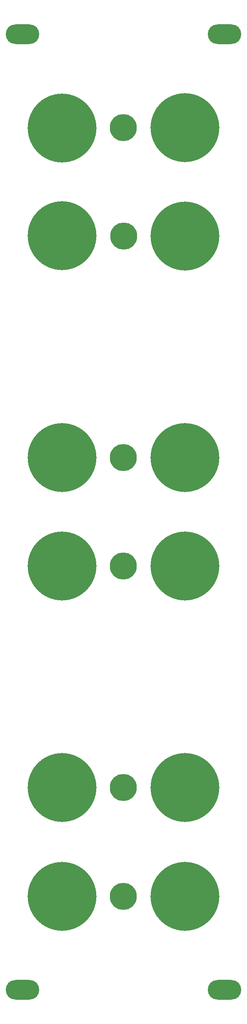
<source format=gbr>
%TF.GenerationSoftware,KiCad,Pcbnew,(5.1.9)-1*%
%TF.CreationDate,2021-09-13T20:57:42+01:00*%
%TF.ProjectId,KOSMO Mult faceplate,4b4f534d-4f20-44d7-956c-742066616365,rev?*%
%TF.SameCoordinates,Original*%
%TF.FileFunction,Soldermask,Top*%
%TF.FilePolarity,Negative*%
%FSLAX46Y46*%
G04 Gerber Fmt 4.6, Leading zero omitted, Abs format (unit mm)*
G04 Created by KiCad (PCBNEW (5.1.9)-1) date 2021-09-13 20:57:42*
%MOMM*%
%LPD*%
G01*
G04 APERTURE LIST*
%ADD10C,5.500000*%
%ADD11O,6.800000X4.000000*%
%ADD12C,14.000000*%
G04 APERTURE END LIST*
D10*
%TO.C,H26*%
X40195500Y-170815000D03*
%TD*%
D11*
%TO.C,H5*%
X19688000Y-211836000D03*
%TD*%
%TO.C,H10*%
X60709000Y-17843500D03*
%TD*%
%TO.C,H19*%
X19688000Y-17843500D03*
%TD*%
D10*
%TO.C,H20*%
X40259000Y-58864500D03*
%TD*%
%TO.C,H21*%
X40195500Y-103822500D03*
%TD*%
%TO.C,H22*%
X40195500Y-125793500D03*
%TD*%
%TO.C,H25*%
X40132000Y-36830000D03*
%TD*%
D11*
%TO.C,H28*%
X60706000Y-211836000D03*
%TD*%
D12*
%TO.C,H2*%
X27749500Y-36893500D03*
%TD*%
%TO.C,H3*%
X27686000Y-125857000D03*
%TD*%
%TO.C,H4*%
X52705000Y-36830000D03*
%TD*%
%TO.C,H7*%
X52705000Y-125793500D03*
%TD*%
%TO.C,H8*%
X52705000Y-192849500D03*
%TD*%
%TO.C,H9*%
X27686000Y-58801000D03*
%TD*%
%TO.C,H12*%
X27686000Y-170815000D03*
%TD*%
%TO.C,H13*%
X27686000Y-192849500D03*
%TD*%
%TO.C,H14*%
X52705000Y-58864500D03*
%TD*%
%TO.C,H16*%
X52705000Y-170815000D03*
%TD*%
%TO.C,H17*%
X52705000Y-103822500D03*
%TD*%
%TO.C,H18*%
X27686000Y-103822500D03*
%TD*%
D10*
%TO.C,H23*%
X40195500Y-192849500D03*
%TD*%
M02*

</source>
